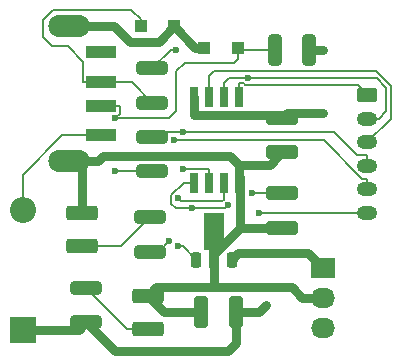
<source format=gbr>
%TF.GenerationSoftware,KiCad,Pcbnew,8.0.8*%
%TF.CreationDate,2025-06-30T12:26:25+05:30*%
%TF.ProjectId,ATtiny85,41547469-6e79-4383-952e-6b696361645f,rev?*%
%TF.SameCoordinates,Original*%
%TF.FileFunction,Copper,L1,Top*%
%TF.FilePolarity,Positive*%
%FSLAX46Y46*%
G04 Gerber Fmt 4.6, Leading zero omitted, Abs format (unit mm)*
G04 Created by KiCad (PCBNEW 8.0.8) date 2025-06-30 12:26:25*
%MOMM*%
%LPD*%
G01*
G04 APERTURE LIST*
G04 Aperture macros list*
%AMRoundRect*
0 Rectangle with rounded corners*
0 $1 Rounding radius*
0 $2 $3 $4 $5 $6 $7 $8 $9 X,Y pos of 4 corners*
0 Add a 4 corners polygon primitive as box body*
4,1,4,$2,$3,$4,$5,$6,$7,$8,$9,$2,$3,0*
0 Add four circle primitives for the rounded corners*
1,1,$1+$1,$2,$3*
1,1,$1+$1,$4,$5*
1,1,$1+$1,$6,$7*
1,1,$1+$1,$8,$9*
0 Add four rect primitives between the rounded corners*
20,1,$1+$1,$2,$3,$4,$5,0*
20,1,$1+$1,$4,$5,$6,$7,0*
20,1,$1+$1,$6,$7,$8,$9,0*
20,1,$1+$1,$8,$9,$2,$3,0*%
%AMFreePoly0*
4,1,9,3.862500,-0.866500,0.737500,-0.866500,0.737500,-0.450000,-0.737500,-0.450000,-0.737500,0.450000,0.737500,0.450000,0.737500,0.866500,3.862500,0.866500,3.862500,-0.866500,3.862500,-0.866500,$1*%
G04 Aperture macros list end*
%TA.AperFunction,SMDPad,CuDef*%
%ADD10RoundRect,0.250000X-1.075000X0.312500X-1.075000X-0.312500X1.075000X-0.312500X1.075000X0.312500X0*%
%TD*%
%TA.AperFunction,ComponentPad*%
%ADD11R,2.200000X2.200000*%
%TD*%
%TA.AperFunction,ComponentPad*%
%ADD12O,2.200000X2.200000*%
%TD*%
%TA.AperFunction,SMDPad,CuDef*%
%ADD13RoundRect,0.250000X-1.075000X0.375000X-1.075000X-0.375000X1.075000X-0.375000X1.075000X0.375000X0*%
%TD*%
%TA.AperFunction,SMDPad,CuDef*%
%ADD14RoundRect,0.250000X0.300000X0.300000X-0.300000X0.300000X-0.300000X-0.300000X0.300000X-0.300000X0*%
%TD*%
%TA.AperFunction,SMDPad,CuDef*%
%ADD15RoundRect,0.250000X0.325000X1.100000X-0.325000X1.100000X-0.325000X-1.100000X0.325000X-1.100000X0*%
%TD*%
%TA.AperFunction,SMDPad,CuDef*%
%ADD16R,2.500000X1.100000*%
%TD*%
%TA.AperFunction,HeatsinkPad*%
%ADD17O,3.500000X1.900000*%
%TD*%
%TA.AperFunction,SMDPad,CuDef*%
%ADD18RoundRect,0.225000X0.225000X-0.425000X0.225000X0.425000X-0.225000X0.425000X-0.225000X-0.425000X0*%
%TD*%
%TA.AperFunction,SMDPad,CuDef*%
%ADD19FreePoly0,90.000000*%
%TD*%
%TA.AperFunction,ComponentPad*%
%ADD20O,2.030000X1.730000*%
%TD*%
%TA.AperFunction,ComponentPad*%
%ADD21R,2.030000X1.730000*%
%TD*%
%TA.AperFunction,SMDPad,CuDef*%
%ADD22RoundRect,0.250000X-1.100000X0.325000X-1.100000X-0.325000X1.100000X-0.325000X1.100000X0.325000X0*%
%TD*%
%TA.AperFunction,SMDPad,CuDef*%
%ADD23RoundRect,0.250000X-0.300000X-0.300000X0.300000X-0.300000X0.300000X0.300000X-0.300000X0.300000X0*%
%TD*%
%TA.AperFunction,SMDPad,CuDef*%
%ADD24RoundRect,0.250000X0.312500X1.075000X-0.312500X1.075000X-0.312500X-1.075000X0.312500X-1.075000X0*%
%TD*%
%TA.AperFunction,ComponentPad*%
%ADD25RoundRect,0.250000X-0.625000X0.350000X-0.625000X-0.350000X0.625000X-0.350000X0.625000X0.350000X0*%
%TD*%
%TA.AperFunction,ComponentPad*%
%ADD26O,1.750000X1.200000*%
%TD*%
%TA.AperFunction,SMDPad,CuDef*%
%ADD27R,0.650000X1.700000*%
%TD*%
%TA.AperFunction,ViaPad*%
%ADD28C,0.600000*%
%TD*%
%TA.AperFunction,Conductor*%
%ADD29C,0.800000*%
%TD*%
%TA.AperFunction,Conductor*%
%ADD30C,0.200000*%
%TD*%
G04 APERTURE END LIST*
D10*
%TO.P,R5,1*%
%TO.N,Net-(D5-A)*%
X126400000Y-82737500D03*
%TO.P,R5,2*%
%TO.N,/MISO*%
X126400000Y-85662500D03*
%TD*%
%TO.P,R2,1*%
%TO.N,/D-*%
X126600000Y-75937500D03*
%TO.P,R2,2*%
%TO.N,Net-(D2-K)*%
X126600000Y-78862500D03*
%TD*%
D11*
%TO.P,D1,1,K*%
%TO.N,+5V*%
X115600000Y-92280000D03*
D12*
%TO.P,D1,2,A*%
%TO.N,Net-(D1-A)*%
X115600000Y-82120000D03*
%TD*%
D13*
%TO.P,D4,1,K*%
%TO.N,GND*%
X126200000Y-89400000D03*
%TO.P,D4,2,A*%
%TO.N,Net-(D4-A)*%
X126200000Y-92200000D03*
%TD*%
D14*
%TO.P,D2,1,K*%
%TO.N,Net-(D2-K)*%
X133800000Y-68400000D03*
%TO.P,D2,2,A*%
%TO.N,GND*%
X131000000Y-68400000D03*
%TD*%
D15*
%TO.P,C1,1*%
%TO.N,+5V*%
X133675000Y-90800000D03*
%TO.P,C1,2*%
%TO.N,GND*%
X130725000Y-90800000D03*
%TD*%
D16*
%TO.P,J1,1,V+*%
%TO.N,Net-(D1-A)*%
X122275000Y-75800000D03*
%TO.P,J1,2,D-*%
%TO.N,Net-(D2-K)*%
X122275000Y-73300000D03*
%TO.P,J1,3,D+*%
%TO.N,Net-(D3-K)*%
X122275000Y-71300000D03*
%TO.P,J1,4,NC*%
%TO.N,unconnected-(J1-NC-Pad4)*%
X122275000Y-68800000D03*
D17*
%TO.P,J1,5,GND*%
%TO.N,GND*%
X119525000Y-78000000D03*
X119525000Y-66600000D03*
%TD*%
D10*
%TO.P,R3,1*%
%TO.N,/D+*%
X126600000Y-70137500D03*
%TO.P,R3,2*%
%TO.N,Net-(D3-K)*%
X126600000Y-73062500D03*
%TD*%
D18*
%TO.P,U2,1,IN*%
%TO.N,Net-(U2-IN)*%
X130300000Y-86350000D03*
D19*
%TO.P,U2,2,GND*%
%TO.N,GND*%
X131800000Y-86262500D03*
D18*
%TO.P,U2,3,OUT*%
%TO.N,+5V*%
X133300000Y-86350000D03*
%TD*%
D13*
%TO.P,D5,1,K*%
%TO.N,GND*%
X120600000Y-82400000D03*
%TO.P,D5,2,A*%
%TO.N,Net-(D5-A)*%
X120600000Y-85200000D03*
%TD*%
D20*
%TO.P,J2,3,Pin_3*%
%TO.N,VIN*%
X141000000Y-92140000D03*
%TO.P,J2,2,Pin_2*%
%TO.N,GND*%
X141000000Y-89600000D03*
D21*
%TO.P,J2,1,Pin_1*%
%TO.N,+5V*%
X141000000Y-87060000D03*
%TD*%
D22*
%TO.P,C3,1*%
%TO.N,Net-(U2-IN)*%
X137600000Y-80725000D03*
%TO.P,C3,2*%
%TO.N,GND*%
X137600000Y-83675000D03*
%TD*%
%TO.P,C2,1*%
%TO.N,+5V*%
X137600000Y-74325000D03*
%TO.P,C2,2*%
%TO.N,GND*%
X137600000Y-77275000D03*
%TD*%
D23*
%TO.P,D3,1,K*%
%TO.N,Net-(D3-K)*%
X125600000Y-66600000D03*
%TO.P,D3,2,A*%
%TO.N,GND*%
X128400000Y-66600000D03*
%TD*%
D10*
%TO.P,R4,1*%
%TO.N,Net-(D4-A)*%
X121000000Y-88737500D03*
%TO.P,R4,2*%
%TO.N,+5V*%
X121000000Y-91662500D03*
%TD*%
D24*
%TO.P,R1,1*%
%TO.N,+5V*%
X139862500Y-68600000D03*
%TO.P,R1,2*%
%TO.N,Net-(D2-K)*%
X136937500Y-68600000D03*
%TD*%
D25*
%TO.P,J3,1,Pin_1*%
%TO.N,Net-(J3-Pin_1)*%
X144800000Y-72400000D03*
D26*
%TO.P,J3,2,Pin_2*%
%TO.N,/MISO*%
X144800000Y-74400000D03*
%TO.P,J3,3,Pin_3*%
%TO.N,Net-(J3-Pin_3)*%
X144800000Y-76400000D03*
%TO.P,J3,4,Pin_4*%
%TO.N,/D-*%
X144800000Y-78400000D03*
%TO.P,J3,5,Pin_5*%
%TO.N,/D+*%
X144800000Y-80400000D03*
%TO.P,J3,6,Pin_6*%
%TO.N,Net-(J3-Pin_6)*%
X144800000Y-82400000D03*
%TD*%
D27*
%TO.P,U1,1,~{RESET}/PB5*%
%TO.N,Net-(J3-Pin_6)*%
X130095000Y-79850000D03*
%TO.P,U1,2,XTAL1/PB3*%
%TO.N,/D-*%
X131365000Y-79850000D03*
%TO.P,U1,3,XTAL2/PB4*%
%TO.N,/D+*%
X132635000Y-79850000D03*
%TO.P,U1,4,GND*%
%TO.N,GND*%
X133905000Y-79850000D03*
%TO.P,U1,5,AREF/PB0*%
%TO.N,Net-(J3-Pin_1)*%
X133905000Y-72550000D03*
%TO.P,U1,6,PB1*%
%TO.N,/MISO*%
X132635000Y-72550000D03*
%TO.P,U1,7,PB2*%
%TO.N,Net-(J3-Pin_3)*%
X131365000Y-72550000D03*
%TO.P,U1,8,VCC*%
%TO.N,+5V*%
X130095000Y-72550000D03*
%TD*%
D28*
%TO.N,+5V*%
X141053000Y-68600000D03*
X136200000Y-90200000D03*
X141053000Y-73899000D03*
%TO.N,Net-(U2-IN)*%
X135026600Y-80725000D03*
X128787600Y-85197000D03*
%TO.N,Net-(D2-K)*%
X123455800Y-78862500D03*
X123455800Y-74372700D03*
%TO.N,/MISO*%
X128002800Y-84786600D03*
X134722200Y-70963300D03*
%TO.N,Net-(J3-Pin_6)*%
X129940872Y-82000000D03*
X135579800Y-82400000D03*
X132995400Y-81752400D03*
%TO.N,/D+*%
X128600000Y-68600000D03*
X128455200Y-76230600D03*
X128800000Y-81152400D03*
%TO.N,/D-*%
X129218800Y-78698300D03*
X129218800Y-75563400D03*
%TD*%
D29*
%TO.N,+5V*%
X120382500Y-92280000D02*
X121000000Y-91662500D01*
X133850000Y-85800000D02*
X133300000Y-86350000D01*
X141000000Y-87060000D02*
X139740000Y-85800000D01*
X137376700Y-74101700D02*
X137600000Y-74325000D01*
X138026000Y-73899000D02*
X137600000Y-74325000D01*
X139862500Y-68600000D02*
X141053000Y-68600000D01*
X141053000Y-73899000D02*
X138026000Y-73899000D01*
X133000000Y-94049999D02*
X133675000Y-93374999D01*
X121000000Y-91662500D02*
X123387499Y-94049999D01*
X123387499Y-94049999D02*
X133000000Y-94049999D01*
X139740000Y-85800000D02*
X133850000Y-85800000D01*
X130095000Y-72550000D02*
X130095000Y-74101700D01*
X115600000Y-92280000D02*
X120382500Y-92280000D01*
X130095000Y-74101700D02*
X137376700Y-74101700D01*
X135600000Y-90800000D02*
X136200000Y-90200000D01*
X133675000Y-93374999D02*
X133675000Y-90800000D01*
X133675000Y-90800000D02*
X135600000Y-90800000D01*
%TO.N,GND*%
X136576700Y-78298300D02*
X137600000Y-77275000D01*
X131800000Y-86262500D02*
X131800000Y-88689700D01*
X133905000Y-78298300D02*
X133156700Y-77550000D01*
X122426700Y-77550000D02*
X121976700Y-78000000D01*
X133905000Y-79212000D02*
X133905000Y-78574100D01*
X120600000Y-82400000D02*
X120600000Y-78000000D01*
X131800000Y-88689700D02*
X126910300Y-88689700D01*
X141000000Y-89600000D02*
X139283300Y-89600000D01*
X123375900Y-66600000D02*
X119525000Y-66600000D01*
X139283300Y-89600000D02*
X138373000Y-88689700D01*
X138373000Y-88689700D02*
X131800000Y-88689700D01*
X134013000Y-83675000D02*
X131800000Y-85888000D01*
X131800000Y-85888000D02*
X131800000Y-86262500D01*
X127600000Y-90800000D02*
X126200000Y-89400000D01*
X133905000Y-79850000D02*
X133905000Y-79212000D01*
X131000000Y-68400000D02*
X130200000Y-68400000D01*
X126910300Y-88689700D02*
X126200000Y-89400000D01*
X124664800Y-67888900D02*
X123375900Y-66600000D01*
X133905000Y-79212000D02*
X134013000Y-79320000D01*
X119525000Y-78000000D02*
X120600000Y-78000000D01*
X120600000Y-78000000D02*
X121976700Y-78000000D01*
X128400000Y-66600000D02*
X127111100Y-67888900D01*
X133905000Y-78298300D02*
X136576700Y-78298300D01*
X133156700Y-77550000D02*
X122426700Y-77550000D01*
X127111100Y-67888900D02*
X124664800Y-67888900D01*
X130200000Y-68400000D02*
X128400000Y-66600000D01*
X133905000Y-78574100D02*
X133905000Y-78298300D01*
X137600000Y-83675000D02*
X134013000Y-83675000D01*
X134013000Y-79320000D02*
X134013000Y-83675000D01*
X130725000Y-90800000D02*
X127600000Y-90800000D01*
D30*
%TO.N,Net-(U2-IN)*%
X128787600Y-85197000D02*
X129147000Y-85197000D01*
X129147000Y-85197000D02*
X130300000Y-86350000D01*
X137600000Y-80725000D02*
X135026600Y-80725000D01*
%TO.N,Net-(D1-A)*%
X118979200Y-75800000D02*
X115600000Y-79179200D01*
X122275000Y-75800000D02*
X118979200Y-75800000D01*
X115600000Y-79179200D02*
X115600000Y-82120000D01*
%TO.N,Net-(D2-K)*%
X133516500Y-69683500D02*
X129316500Y-69683500D01*
X126600000Y-78862500D02*
X123455800Y-78862500D01*
X123826700Y-73300000D02*
X123826700Y-74001800D01*
X128610200Y-73789800D02*
X128027300Y-74372700D01*
X122275000Y-73300000D02*
X123826700Y-73300000D01*
X129316500Y-69683500D02*
X128610200Y-70389800D01*
X123826700Y-74001800D02*
X123455800Y-74372700D01*
X136937500Y-68600000D02*
X134000000Y-68600000D01*
X134000000Y-68600000D02*
X133800000Y-68400000D01*
X128027300Y-74372700D02*
X123455800Y-74372700D01*
X128610200Y-70389800D02*
X128610200Y-73789800D01*
X133800000Y-69400000D02*
X133516500Y-69683500D01*
X133800000Y-68400000D02*
X133800000Y-69400000D01*
%TO.N,Net-(D3-K)*%
X118083400Y-68283400D02*
X119419800Y-68283400D01*
X117334300Y-66075300D02*
X117334300Y-67534300D01*
X119419800Y-68283400D02*
X120723300Y-69586900D01*
X120723300Y-69586900D02*
X120723300Y-71300000D01*
X124818600Y-65218600D02*
X118191000Y-65218600D01*
X118191000Y-65218600D02*
X117334300Y-66075300D01*
X117334300Y-67534300D02*
X118083400Y-68283400D01*
X125600000Y-66000000D02*
X124818600Y-65218600D01*
X125600000Y-66600000D02*
X125600000Y-66000000D01*
X122275000Y-71300000D02*
X124837500Y-71300000D01*
X124837500Y-71300000D02*
X126600000Y-73062500D01*
X120723300Y-71300000D02*
X122275000Y-71300000D01*
%TO.N,Net-(D4-A)*%
X126200000Y-92200000D02*
X124462500Y-92200000D01*
X124462500Y-92200000D02*
X121000000Y-88737500D01*
%TO.N,Net-(D5-A)*%
X123937500Y-85200000D02*
X126400000Y-82737500D01*
X120600000Y-85200000D02*
X123937500Y-85200000D01*
%TO.N,/MISO*%
X145800000Y-74400000D02*
X146400000Y-73800000D01*
X134722200Y-70970300D02*
X134722200Y-70963300D01*
X146400000Y-73800000D02*
X146400000Y-71800000D01*
X146400000Y-71800000D02*
X145570300Y-70970300D01*
X144800000Y-74400000D02*
X145800000Y-74400000D01*
X132635000Y-72550000D02*
X132635000Y-71398300D01*
X145570300Y-70970300D02*
X134722200Y-70970300D01*
X127126900Y-85662500D02*
X126400000Y-85662500D01*
X128002800Y-84786600D02*
X127126900Y-85662500D01*
X133063000Y-70970300D02*
X132635000Y-71398300D01*
X134722200Y-70970300D02*
X133063000Y-70970300D01*
%TO.N,Net-(J3-Pin_6)*%
X129253871Y-79850000D02*
X128200000Y-80903871D01*
X135579800Y-82400000D02*
X144800000Y-82400000D01*
X130095000Y-79850000D02*
X129253871Y-79850000D01*
X132752800Y-81995000D02*
X129945872Y-81995000D01*
X128600000Y-82000000D02*
X129940872Y-82000000D01*
X132995400Y-81752400D02*
X132752800Y-81995000D01*
X129945872Y-81995000D02*
X129940872Y-82000000D01*
X128200000Y-81600000D02*
X128600000Y-82000000D01*
X128200000Y-80903871D02*
X128200000Y-81600000D01*
%TO.N,Net-(J3-Pin_1)*%
X134473100Y-71565000D02*
X143965000Y-71565000D01*
X143965000Y-71565000D02*
X144800000Y-72400000D01*
X134306400Y-71398300D02*
X134473100Y-71565000D01*
X133905000Y-71398300D02*
X134306400Y-71398300D01*
X133905000Y-72550000D02*
X133905000Y-71398300D01*
%TO.N,/D+*%
X141080400Y-76230600D02*
X144348100Y-79498300D01*
X129047600Y-81400000D02*
X132499271Y-81400000D01*
X128600000Y-68600000D02*
X128137500Y-68600000D01*
X132499271Y-81400000D02*
X132635000Y-81264271D01*
X144348100Y-79498300D02*
X144800000Y-79498300D01*
X128455200Y-76230600D02*
X141080400Y-76230600D01*
X128800000Y-81152400D02*
X129047600Y-81400000D01*
X128137500Y-68600000D02*
X126600000Y-70137500D01*
X132635000Y-81264271D02*
X132635000Y-79850000D01*
X144800000Y-80400000D02*
X144800000Y-79498300D01*
%TO.N,/D-*%
X144800000Y-77498300D02*
X143898300Y-77498300D01*
X126974100Y-75563400D02*
X126600000Y-75937500D01*
X144800000Y-78400000D02*
X144800000Y-77498300D01*
X143898300Y-77498300D02*
X141963400Y-75563400D01*
X141963400Y-75563400D02*
X129218800Y-75563400D01*
X129218800Y-75563400D02*
X126974100Y-75563400D01*
X131365000Y-78698300D02*
X129218800Y-78698300D01*
X131365000Y-79850000D02*
X131365000Y-78698300D01*
%TO.N,Net-(J3-Pin_3)*%
X146800000Y-74400000D02*
X146800000Y-71634314D01*
X146800000Y-71634314D02*
X145527286Y-70361600D01*
X131838400Y-70361600D02*
X131365000Y-70835000D01*
X144800000Y-76400000D02*
X146800000Y-74400000D01*
X145527286Y-70361600D02*
X131838400Y-70361600D01*
X131365000Y-70835000D02*
X131365000Y-72550000D01*
%TD*%
M02*

</source>
